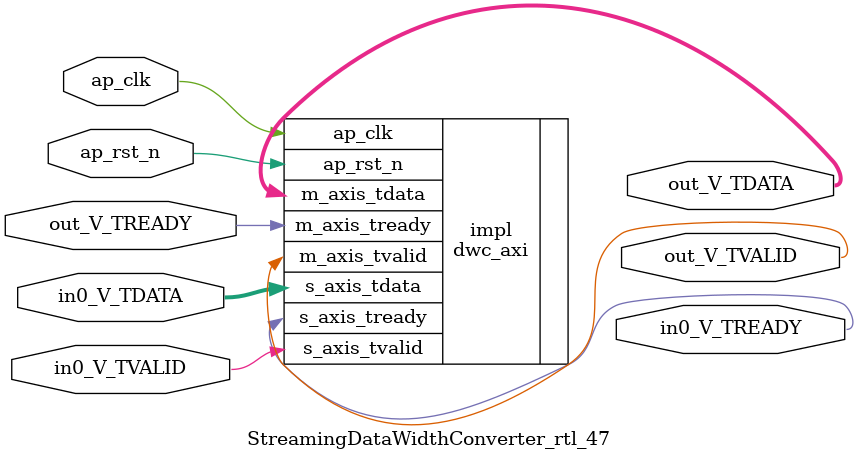
<source format=v>
/******************************************************************************
 * Copyright (C) 2023, Advanced Micro Devices, Inc.
 * All rights reserved.
 *
 * Redistribution and use in source and binary forms, with or without
 * modification, are permitted provided that the following conditions are met:
 *
 *  1. Redistributions of source code must retain the above copyright notice,
 *     this list of conditions and the following disclaimer.
 *
 *  2. Redistributions in binary form must reproduce the above copyright
 *     notice, this list of conditions and the following disclaimer in the
 *     documentation and/or other materials provided with the distribution.
 *
 *  3. Neither the name of the copyright holder nor the names of its
 *     contributors may be used to endorse or promote products derived from
 *     this software without specific prior written permission.
 *
 * THIS SOFTWARE IS PROVIDED BY THE COPYRIGHT HOLDERS AND CONTRIBUTORS "AS IS"
 * AND ANY EXPRESS OR IMPLIED WARRANTIES, INCLUDING, BUT NOT LIMITED TO,
 * THE IMPLIED WARRANTIES OF MERCHANTABILITY AND FITNESS FOR A PARTICULAR
 * PURPOSE ARE DISCLAIMED. IN NO EVENT SHALL THE COPYRIGHT HOLDER OR
 * CONTRIBUTORS BE LIABLE FOR ANY DIRECT, INDIRECT, INCIDENTAL, SPECIAL,
 * EXEMPLARY, OR CONSEQUENTIAL DAMAGES (INCLUDING, BUT NOT LIMITED TO,
 * PROCUREMENT OF SUBSTITUTE GOODS OR SERVICES; LOSS OF USE, DATA, OR PROFITS;
 * OR BUSINESS INTERRUPTION). HOWEVER CAUSED AND ON ANY THEORY OF LIABILITY,
 * WHETHER IN CONTRACT, STRICT LIABILITY, OR TORT (INCLUDING NEGLIGENCE OR
 * OTHERWISE) ARISING IN ANY WAY OUT OF THE USE OF THIS SOFTWARE, EVEN IF
 * ADVISED OF THE POSSIBILITY OF SUCH DAMAGE.
 *****************************************************************************/

module StreamingDataWidthConverter_rtl_47 #(
	parameter  IBITS = 4,
	parameter  OBITS = 32,

	parameter  AXI_IBITS = (IBITS+7)/8 * 8,
	parameter  AXI_OBITS = (OBITS+7)/8 * 8
)(
	//- Global Control ------------------
	(* X_INTERFACE_INFO = "xilinx.com:signal:clock:1.0 ap_clk CLK" *)
	(* X_INTERFACE_PARAMETER = "ASSOCIATED_BUSIF in0_V:out_V, ASSOCIATED_RESET ap_rst_n" *)
	input	ap_clk,
	(* X_INTERFACE_PARAMETER = "POLARITY ACTIVE_LOW" *)
	input	ap_rst_n,

	//- AXI Stream - Input --------------
	output	in0_V_TREADY,
	input	in0_V_TVALID,
	input	[AXI_IBITS-1:0]  in0_V_TDATA,

	//- AXI Stream - Output -------------
	input	out_V_TREADY,
	output	out_V_TVALID,
	output	[AXI_OBITS-1:0]  out_V_TDATA
);

	dwc_axi #(
		.IBITS(IBITS),
		.OBITS(OBITS)
	) impl (
		.ap_clk(ap_clk),
		.ap_rst_n(ap_rst_n),
		.s_axis_tready(in0_V_TREADY),
		.s_axis_tvalid(in0_V_TVALID),
		.s_axis_tdata(in0_V_TDATA),
		.m_axis_tready(out_V_TREADY),
		.m_axis_tvalid(out_V_TVALID),
		.m_axis_tdata(out_V_TDATA)
	);

endmodule

</source>
